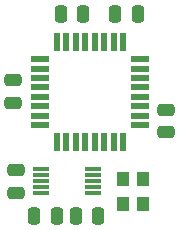
<source format=gbr>
%TF.GenerationSoftware,KiCad,Pcbnew,(6.0.10)*%
%TF.CreationDate,2024-01-30T23:07:22+11:00*%
%TF.ProjectId,DFO,44464f2e-6b69-4636-9164-5f7063625858,rev?*%
%TF.SameCoordinates,Original*%
%TF.FileFunction,Paste,Top*%
%TF.FilePolarity,Positive*%
%FSLAX46Y46*%
G04 Gerber Fmt 4.6, Leading zero omitted, Abs format (unit mm)*
G04 Created by KiCad (PCBNEW (6.0.10)) date 2024-01-30 23:07:22*
%MOMM*%
%LPD*%
G01*
G04 APERTURE LIST*
G04 Aperture macros list*
%AMRoundRect*
0 Rectangle with rounded corners*
0 $1 Rounding radius*
0 $2 $3 $4 $5 $6 $7 $8 $9 X,Y pos of 4 corners*
0 Add a 4 corners polygon primitive as box body*
4,1,4,$2,$3,$4,$5,$6,$7,$8,$9,$2,$3,0*
0 Add four circle primitives for the rounded corners*
1,1,$1+$1,$2,$3*
1,1,$1+$1,$4,$5*
1,1,$1+$1,$6,$7*
1,1,$1+$1,$8,$9*
0 Add four rect primitives between the rounded corners*
20,1,$1+$1,$2,$3,$4,$5,0*
20,1,$1+$1,$4,$5,$6,$7,0*
20,1,$1+$1,$6,$7,$8,$9,0*
20,1,$1+$1,$8,$9,$2,$3,0*%
G04 Aperture macros list end*
%ADD10R,1.100000X1.300000*%
%ADD11RoundRect,0.250000X0.475000X-0.250000X0.475000X0.250000X-0.475000X0.250000X-0.475000X-0.250000X0*%
%ADD12R,1.400000X0.300000*%
%ADD13R,1.600000X0.550000*%
%ADD14R,0.550000X1.600000*%
%ADD15RoundRect,0.250000X-0.250000X-0.475000X0.250000X-0.475000X0.250000X0.475000X-0.250000X0.475000X0*%
G04 APERTURE END LIST*
D10*
%TO.C,X1*%
X108809998Y-76610000D03*
X108809998Y-74510000D03*
X107159998Y-74510000D03*
X107159998Y-76610000D03*
%TD*%
D11*
%TO.C,REF\u002A\u002A*%
X97790000Y-68006000D03*
X97790000Y-66106000D03*
%TD*%
%TO.C,REF\u002A\u002A*%
X98044000Y-75626000D03*
X98044000Y-73726000D03*
%TD*%
D12*
%TO.C,U1*%
X100162000Y-75660000D03*
X104562000Y-75660000D03*
X104562000Y-75160000D03*
X104562000Y-74660000D03*
X104562000Y-74160000D03*
X104562000Y-73660000D03*
X100162000Y-73660000D03*
X100162000Y-74160000D03*
X100162000Y-74660000D03*
X100162000Y-75160000D03*
%TD*%
D13*
%TO.C,U2*%
X100080000Y-64320000D03*
X100080000Y-65120000D03*
X100080000Y-65920000D03*
X100080000Y-66720000D03*
X100080000Y-67520000D03*
X100080000Y-68320000D03*
X100080000Y-69120000D03*
X100080000Y-69920000D03*
D14*
X101530000Y-71370000D03*
X102330000Y-71370000D03*
X103130000Y-71370000D03*
X103930000Y-71370000D03*
X104730000Y-71370000D03*
X105530000Y-71370000D03*
X106330000Y-71370000D03*
X107130000Y-71370000D03*
D13*
X108580000Y-69920000D03*
X108580000Y-69120000D03*
X108580000Y-68320000D03*
X108580000Y-67520000D03*
X108580000Y-66720000D03*
X108580000Y-65920000D03*
X108580000Y-65120000D03*
X108580000Y-64320000D03*
D14*
X107130000Y-62870000D03*
X106330000Y-62870000D03*
X105530000Y-62870000D03*
X104730000Y-62870000D03*
X103930000Y-62870000D03*
X103130000Y-62870000D03*
X102330000Y-62870000D03*
X101530000Y-62870000D03*
%TD*%
D11*
%TO.C,REF\u002A\u002A*%
X110750000Y-70500000D03*
X110750000Y-68600000D03*
%TD*%
D15*
%TO.C,REF\u002A\u002A*%
X103100000Y-77600000D03*
X105000000Y-77600000D03*
%TD*%
%TO.C,REF\u002A\u002A*%
X99600000Y-77600000D03*
X101500000Y-77600000D03*
%TD*%
%TO.C,REF\u002A\u002A*%
X106450000Y-60500000D03*
X108350000Y-60500000D03*
%TD*%
%TO.C,REF\u002A\u002A*%
X101850000Y-60500000D03*
X103750000Y-60500000D03*
%TD*%
M02*

</source>
